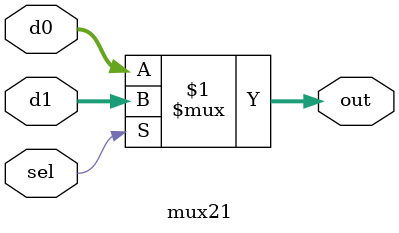
<source format=v>

module mux21
#(
    parameter N = 8
)
(
    input  sel,
    input  [N-1:0] d0,
    input  [N-1:0] d1,
    output [N-1:0] out
);

assign out = sel ? d1 : d0;

endmodule
</source>
